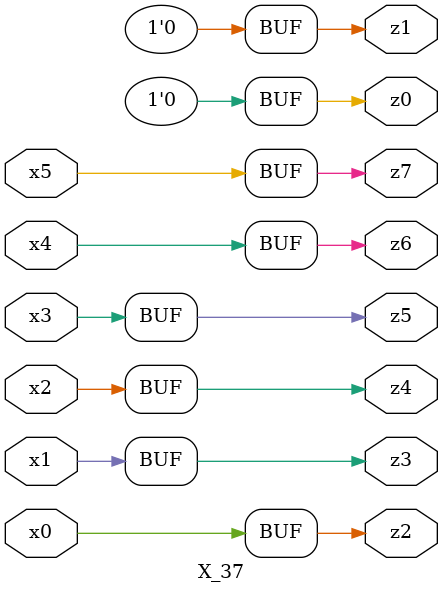
<source format=v>

module X_37 ( 
    x0, x1, x2, x3, x4, x5,
    z0, z1, z2, z3, z4, z5, z6, z7  );
  input  x0, x1, x2, x3, x4, x5;
  output z0, z1, z2, z3, z4, z5, z6, z7;
  assign z0 = 1'b0;
  assign z1 = 1'b0;
  assign z2 = x0;
  assign z3 = x1;
  assign z4 = x2;
  assign z5 = x3;
  assign z6 = x4;
  assign z7 = x5;
endmodule



</source>
